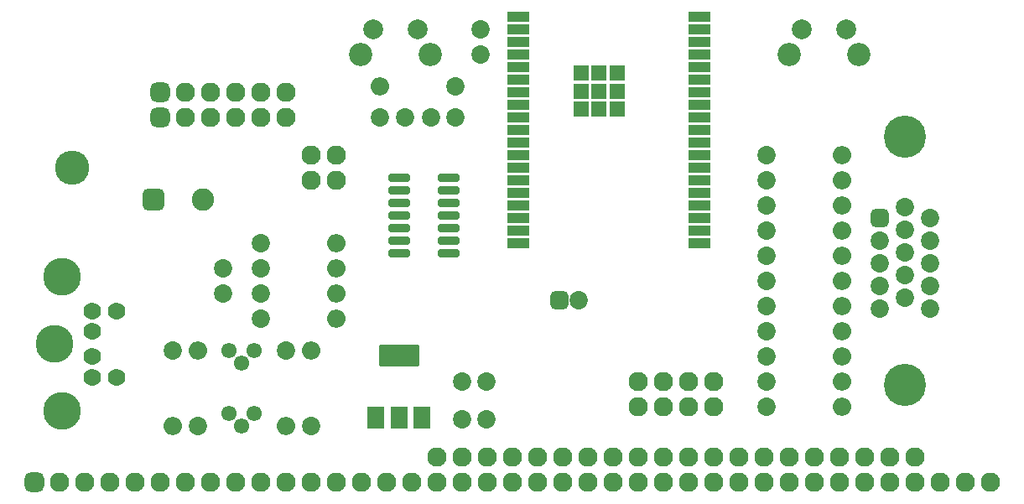
<source format=gbr>
%TF.GenerationSoftware,KiCad,Pcbnew,(7.0.0)*%
%TF.CreationDate,2024-06-02T18:05:15+02:00*%
%TF.ProjectId,rc-fabgl,72632d66-6162-4676-9c2e-6b696361645f,rev?*%
%TF.SameCoordinates,PX9157080PY9071968*%
%TF.FileFunction,Soldermask,Top*%
%TF.FilePolarity,Negative*%
%FSLAX46Y46*%
G04 Gerber Fmt 4.6, Leading zero omitted, Abs format (unit mm)*
G04 Created by KiCad (PCBNEW (7.0.0)) date 2024-06-02 18:05:15*
%MOMM*%
%LPD*%
G01*
G04 APERTURE LIST*
G04 Aperture macros list*
%AMRoundRect*
0 Rectangle with rounded corners*
0 $1 Rounding radius*
0 $2 $3 $4 $5 $6 $7 $8 $9 X,Y pos of 4 corners*
0 Add a 4 corners polygon primitive as box body*
4,1,4,$2,$3,$4,$5,$6,$7,$8,$9,$2,$3,0*
0 Add four circle primitives for the rounded corners*
1,1,$1+$1,$2,$3*
1,1,$1+$1,$4,$5*
1,1,$1+$1,$6,$7*
1,1,$1+$1,$8,$9*
0 Add four rect primitives between the rounded corners*
20,1,$1+$1,$2,$3,$4,$5,0*
20,1,$1+$1,$4,$5,$6,$7,0*
20,1,$1+$1,$6,$7,$8,$9,0*
20,1,$1+$1,$8,$9,$2,$3,0*%
G04 Aperture macros list end*
%ADD10RoundRect,0.277000X-0.825000X-0.150000X0.825000X-0.150000X0.825000X0.150000X-0.825000X0.150000X0*%
%ADD11RoundRect,0.127000X0.750000X-1.000000X0.750000X1.000000X-0.750000X1.000000X-0.750000X-1.000000X0*%
%ADD12RoundRect,0.127000X1.900000X-1.000000X1.900000X1.000000X-1.900000X1.000000X-1.900000X-1.000000X0*%
%ADD13C,3.808999*%
%ADD14C,1.763000*%
%ADD15O,1.854000X1.854000*%
%ADD16C,1.854000*%
%ADD17RoundRect,0.127000X1.000000X-0.400000X1.000000X0.400000X-1.000000X0.400000X-1.000000X-0.400000X0*%
%ADD18RoundRect,0.127000X0.665000X-0.665000X0.665000X0.665000X-0.665000X0.665000X-0.665000X-0.665000X0*%
%ADD19O,1.954000X1.954000*%
%ADD20RoundRect,0.552000X0.425000X-0.425000X0.425000X0.425000X-0.425000X0.425000X-0.425000X-0.425000X0*%
%ADD21C,4.254000*%
%ADD22RoundRect,0.527000X0.400000X-0.400000X0.400000X0.400000X-0.400000X0.400000X-0.400000X-0.400000X0*%
%ADD23C,1.554000*%
%ADD24C,1.954000*%
%ADD25RoundRect,0.527000X-0.400000X-0.400000X0.400000X-0.400000X0.400000X0.400000X-0.400000X0.400000X0*%
%ADD26C,2.254000*%
%ADD27RoundRect,0.627000X-0.500000X-0.500000X0.500000X-0.500000X0.500000X0.500000X-0.500000X0.500000X0*%
%ADD28C,2.354000*%
%ADD29C,2.004000*%
%ADD30C,3.454000*%
G04 APERTURE END LIST*
D10*
%TO.C,U3*%
X38165000Y32334200D03*
X38165000Y31064200D03*
X38165000Y29794200D03*
X38165000Y28524200D03*
X38165000Y27254200D03*
X38165000Y25984200D03*
X38165000Y24714200D03*
X43115000Y24714200D03*
X43115000Y25984200D03*
X43115000Y27254200D03*
X43115000Y28524200D03*
X43115000Y29794200D03*
X43115000Y31064200D03*
X43115000Y32334200D03*
%TD*%
D11*
%TO.C,U4*%
X35800000Y8102200D03*
D12*
X38100000Y14402200D03*
D11*
X38100000Y8102200D03*
X40400000Y8102200D03*
%TD*%
D13*
%TO.C,J4*%
X4112000Y22330200D03*
X4112000Y8810200D03*
X3302000Y15570200D03*
D14*
X9602000Y12220200D03*
X9602000Y18920200D03*
X7112000Y12220200D03*
X7112000Y18920200D03*
X7112000Y14270200D03*
X7112000Y16870200D03*
%TD*%
D15*
%TO.C,R3*%
X31749999Y23190199D03*
D16*
X24130000Y23190200D03*
%TD*%
%TO.C,C7*%
X20320000Y23190200D03*
X20320000Y20690200D03*
%TD*%
D17*
%TO.C,U2*%
X50165000Y48590200D03*
X50165000Y47320200D03*
X50165000Y46050200D03*
X50165000Y44780200D03*
X50165000Y43510200D03*
X50165000Y42240200D03*
X50165000Y40970200D03*
X50165000Y39700200D03*
X50165000Y38430200D03*
X50165000Y37160200D03*
X50165000Y35890200D03*
X50165000Y34620200D03*
X50165000Y33350200D03*
X50165000Y32080200D03*
X50165000Y30810200D03*
X50165000Y29540200D03*
X50165000Y28270200D03*
X50165000Y27000200D03*
X50165000Y25730200D03*
X68435000Y25730200D03*
X68435000Y27000200D03*
X68435000Y28270200D03*
X68435000Y29540200D03*
X68435000Y30810200D03*
X68435000Y32080200D03*
X68435000Y33350200D03*
X68435000Y34620200D03*
X68435000Y35890200D03*
X68435000Y37160200D03*
X68435000Y38430200D03*
X68435000Y39700200D03*
X68435000Y40970200D03*
X68435000Y42240200D03*
X68435000Y43510200D03*
X68435000Y44780200D03*
X68435000Y46050200D03*
X68435000Y47320200D03*
X68435000Y48590200D03*
D18*
X58300000Y41090200D03*
X58300000Y39255200D03*
X60135000Y39255200D03*
X60135000Y41090200D03*
X60135000Y42925200D03*
X58300000Y42925200D03*
X56465000Y42925200D03*
X56465000Y41090200D03*
X56465000Y39255200D03*
%TD*%
D19*
%TO.C,J3*%
X26669999Y40970199D03*
X26669999Y38430199D03*
X24129999Y40970199D03*
X24129999Y38430199D03*
X21589999Y40970199D03*
X21589999Y38430199D03*
X19049999Y40970199D03*
X19049999Y38430199D03*
X16509999Y40970199D03*
X16509999Y38430199D03*
D20*
X13970000Y40970200D03*
X13970000Y38430200D03*
%TD*%
D21*
%TO.C,J5*%
X89177500Y36455200D03*
X89177500Y11455200D03*
D16*
X91757500Y19110200D03*
X91757500Y21400200D03*
X91757500Y23690200D03*
X91757500Y25980200D03*
X91757500Y28270200D03*
X89217500Y20255200D03*
X89217500Y22545200D03*
X89217500Y24835200D03*
X89217500Y27125200D03*
X89217500Y29415200D03*
X86677500Y19110200D03*
X86677500Y21400200D03*
X86677500Y23690200D03*
X86677500Y25980200D03*
D22*
X86677500Y28270200D03*
%TD*%
D15*
%TO.C,R14*%
X82867499Y9220199D03*
D16*
X75247500Y9220200D03*
%TD*%
D15*
%TO.C,R13*%
X82867499Y11760199D03*
D16*
X75247500Y11760200D03*
%TD*%
D15*
%TO.C,R20*%
X82867499Y14300199D03*
D16*
X75247500Y14300200D03*
%TD*%
D15*
%TO.C,R17*%
X82867499Y16840199D03*
D16*
X75247500Y16840200D03*
%TD*%
D15*
%TO.C,R12*%
X82867499Y19380199D03*
D16*
X75247500Y19380200D03*
%TD*%
D15*
%TO.C,R19*%
X82867499Y21920199D03*
D16*
X75247500Y21920200D03*
%TD*%
D15*
%TO.C,R16*%
X82867499Y24460199D03*
D16*
X75247500Y24460200D03*
%TD*%
D15*
%TO.C,R11*%
X82867499Y27000199D03*
D16*
X75247500Y27000200D03*
%TD*%
D15*
%TO.C,R18*%
X82867499Y29540199D03*
D16*
X75247500Y29540200D03*
%TD*%
D15*
%TO.C,R15*%
X82867499Y32080199D03*
D16*
X75247500Y32080200D03*
%TD*%
D15*
%TO.C,R10*%
X82867499Y34620199D03*
D16*
X75247500Y34620200D03*
%TD*%
D15*
%TO.C,R7*%
X17779999Y14935199D03*
D16*
X17780000Y7315200D03*
%TD*%
D15*
%TO.C,R6*%
X15239999Y7315199D03*
D16*
X15240000Y14935200D03*
%TD*%
D15*
%TO.C,R9*%
X29209999Y14935199D03*
D16*
X29210000Y7315200D03*
%TD*%
D15*
%TO.C,R8*%
X26669999Y7315199D03*
D16*
X26670000Y14935200D03*
%TD*%
D15*
%TO.C,R2*%
X31749999Y25730199D03*
D16*
X24130000Y25730200D03*
%TD*%
D15*
%TO.C,R4*%
X31749999Y20650199D03*
D16*
X24130000Y20650200D03*
%TD*%
D15*
%TO.C,R5*%
X31749999Y18110199D03*
D16*
X24130000Y18110200D03*
%TD*%
D15*
%TO.C,R1*%
X36194999Y41605199D03*
D16*
X43815000Y41605200D03*
%TD*%
D23*
%TO.C,Q1*%
X23495000Y14935200D03*
X20955000Y14935200D03*
X22225000Y13665200D03*
%TD*%
%TO.C,Q2*%
X23495000Y8585200D03*
X20955000Y8585200D03*
X22225000Y7315200D03*
%TD*%
D19*
%TO.C,JP6*%
X69849999Y9220199D03*
D24*
X69850000Y11760200D03*
%TD*%
D19*
%TO.C,JP5*%
X67309999Y9220199D03*
D24*
X67310000Y11760200D03*
%TD*%
D19*
%TO.C,JP4*%
X64769999Y9220199D03*
D24*
X64770000Y11760200D03*
%TD*%
D19*
%TO.C,JP3*%
X62229999Y9220199D03*
D24*
X62230000Y11760200D03*
%TD*%
D19*
%TO.C,JP2*%
X31749999Y32080199D03*
D24*
X31750000Y34620200D03*
%TD*%
D16*
%TO.C,C6*%
X41315000Y38430200D03*
X43815000Y38430200D03*
%TD*%
%TO.C,C4*%
X46355000Y44820200D03*
X46355000Y47320200D03*
%TD*%
D25*
%TO.C,C3*%
X54292500Y20015200D03*
D16*
X56292500Y20015200D03*
%TD*%
%TO.C,C1*%
X44450000Y7950200D03*
X46950000Y7950200D03*
%TD*%
D26*
%TO.C,BZ1*%
X18335000Y30175200D03*
D27*
X13335000Y30175200D03*
%TD*%
D28*
%TO.C,SW2*%
X77490000Y44830200D03*
D29*
X78740000Y47320200D03*
X83240000Y47320200D03*
D28*
X84500000Y44830200D03*
%TD*%
%TO.C,SW1*%
X41265000Y44830200D03*
D29*
X40005000Y47320200D03*
X35505000Y47320200D03*
D28*
X34255000Y44830200D03*
%TD*%
D19*
%TO.C,JP1*%
X29209999Y32080199D03*
D24*
X29210000Y34620200D03*
%TD*%
D19*
%TO.C,J2*%
X90169999Y4140199D03*
X87629999Y4140199D03*
X85089999Y4140199D03*
X82549999Y4140199D03*
X80009999Y4140199D03*
X77469999Y4140199D03*
X74929999Y4140199D03*
X72389999Y4140199D03*
X69849999Y4140199D03*
X67309999Y4140199D03*
X64769999Y4140199D03*
X62229999Y4140199D03*
X59689999Y4140199D03*
X57149999Y4140199D03*
X54609999Y4140199D03*
X52069999Y4140199D03*
X49529999Y4140199D03*
X46989999Y4140199D03*
X44449999Y4140199D03*
D24*
X41910000Y4140200D03*
%TD*%
D16*
%TO.C,C5*%
X38695000Y38430200D03*
X36195000Y38430200D03*
%TD*%
%TO.C,C2*%
X44470001Y11760200D03*
X46970001Y11760200D03*
%TD*%
D19*
%TO.C,J1*%
X97789999Y1600199D03*
X95249999Y1600199D03*
X92709999Y1600199D03*
X90169999Y1600199D03*
X87629999Y1600199D03*
X85089999Y1600199D03*
X82549999Y1600199D03*
X80009999Y1600199D03*
X77469999Y1600199D03*
X74929999Y1600199D03*
X72389999Y1600199D03*
X69849999Y1600199D03*
X67309999Y1600199D03*
X64769999Y1600199D03*
X62229999Y1600199D03*
X59689999Y1600199D03*
X57149999Y1600199D03*
X54609999Y1600199D03*
X52069999Y1600199D03*
X49529999Y1600199D03*
X46989999Y1600199D03*
X44449999Y1600199D03*
X41909999Y1600199D03*
X39369999Y1600199D03*
X36829999Y1600199D03*
X34289999Y1600199D03*
X31749999Y1600199D03*
X29209999Y1600199D03*
X26669999Y1600199D03*
X24129999Y1600199D03*
X21589999Y1600199D03*
X19049999Y1600199D03*
X16509999Y1600199D03*
X13969999Y1600199D03*
X11429999Y1600199D03*
X8889999Y1600199D03*
X6349999Y1600199D03*
X3809999Y1600199D03*
D20*
X1270000Y1600200D03*
%TD*%
D30*
%TO.C,*%
X5080000Y33350200D03*
%TD*%
M02*

</source>
